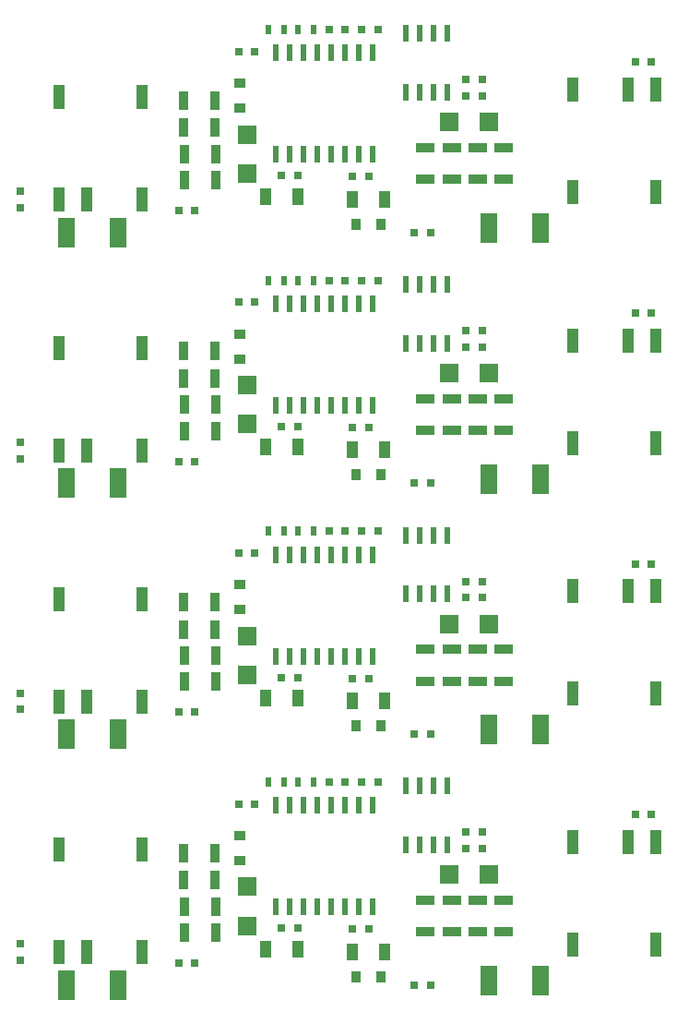
<source format=gtp>
G04 #@! TF.FileFunction,Paste,Top*
%FSLAX46Y46*%
G04 Gerber Fmt 4.6, Leading zero omitted, Abs format (unit mm)*
G04 Created by KiCad (PCBNEW 4.0.1-stable) date 09.11.2016 23:19:49*
%MOMM*%
G01*
G04 APERTURE LIST*
%ADD10C,0.100000*%
%ADD11R,0.800000X0.750000*%
%ADD12R,0.900000X1.100000*%
%ADD13R,1.000000X1.600000*%
%ADD14R,1.700000X0.900000*%
%ADD15R,0.500000X0.900000*%
%ADD16R,1.501140X2.700020*%
%ADD17R,1.680000X1.700000*%
%ADD18R,1.100000X0.900000*%
%ADD19R,0.600000X1.500000*%
%ADD20R,0.900000X1.700000*%
%ADD21R,0.750000X0.800000*%
%ADD22R,1.000000X2.300000*%
%ADD23R,1.700000X1.680000*%
%ADD24R,0.600000X1.550000*%
G04 APERTURE END LIST*
D10*
D11*
X130100000Y-90700000D03*
X128600000Y-90700000D03*
X135800000Y-95800000D03*
X134300000Y-95800000D03*
D12*
X131250000Y-95050000D03*
X128950000Y-95050000D03*
D13*
X123600000Y-92500000D03*
X120600000Y-92500000D03*
D11*
X123600000Y-90600000D03*
X122100000Y-90600000D03*
D14*
X135300000Y-88050000D03*
X135300000Y-90950000D03*
D13*
X131550000Y-92750000D03*
X128550000Y-92750000D03*
D11*
X112650000Y-93800000D03*
X114150000Y-93800000D03*
D15*
X120850000Y-100200000D03*
X122350000Y-100200000D03*
D11*
X119650000Y-102200000D03*
X118150000Y-102200000D03*
D16*
X102299700Y-95800000D03*
X107100300Y-95800000D03*
D17*
X118900000Y-86810000D03*
X118900000Y-90390000D03*
D11*
X129450000Y-77200000D03*
X130950000Y-77200000D03*
D15*
X120850000Y-77200000D03*
X122350000Y-77200000D03*
D11*
X127950000Y-77200000D03*
X126450000Y-77200000D03*
X119650000Y-79200000D03*
X118150000Y-79200000D03*
D18*
X118300000Y-84400000D03*
X118300000Y-82100000D03*
D19*
X130445000Y-79350000D03*
X129175000Y-79350000D03*
X127905000Y-79350000D03*
X126635000Y-79350000D03*
X125365000Y-79350000D03*
X124095000Y-79350000D03*
X122825000Y-79350000D03*
X121555000Y-79350000D03*
X121555000Y-88650000D03*
X122825000Y-88650000D03*
X124095000Y-88650000D03*
X125365000Y-88650000D03*
X126635000Y-88650000D03*
X127905000Y-88650000D03*
X129175000Y-88650000D03*
X130445000Y-88650000D03*
D20*
X116050000Y-91000000D03*
X113150000Y-91000000D03*
D21*
X98100000Y-93550000D03*
X98100000Y-92050000D03*
D20*
X116050000Y-88600000D03*
X113150000Y-88600000D03*
D22*
X101690000Y-92800000D03*
X104230000Y-92800000D03*
X109310000Y-92800000D03*
X109310000Y-83400000D03*
X101690000Y-83400000D03*
D20*
X116000000Y-83700000D03*
X113100000Y-83700000D03*
X116000000Y-86200000D03*
X113100000Y-86200000D03*
D12*
X131250000Y-118050000D03*
X128950000Y-118050000D03*
D11*
X130100000Y-113700000D03*
X128600000Y-113700000D03*
X135800000Y-118800000D03*
X134300000Y-118800000D03*
D13*
X131550000Y-115750000D03*
X128550000Y-115750000D03*
D14*
X135300000Y-111050000D03*
X135300000Y-113950000D03*
D20*
X116000000Y-106700000D03*
X113100000Y-106700000D03*
X116000000Y-109200000D03*
X113100000Y-109200000D03*
D18*
X118300000Y-107400000D03*
X118300000Y-105100000D03*
D17*
X118900000Y-109810000D03*
X118900000Y-113390000D03*
D22*
X101690000Y-115800000D03*
X104230000Y-115800000D03*
X109310000Y-115800000D03*
X109310000Y-106400000D03*
X101690000Y-106400000D03*
D16*
X102299700Y-118800000D03*
X107100300Y-118800000D03*
D21*
X98100000Y-116550000D03*
X98100000Y-115050000D03*
D11*
X123600000Y-113600000D03*
X122100000Y-113600000D03*
X112650000Y-116800000D03*
X114150000Y-116800000D03*
D13*
X123600000Y-115500000D03*
X120600000Y-115500000D03*
D20*
X116050000Y-111600000D03*
X113150000Y-111600000D03*
X116050000Y-114000000D03*
X113150000Y-114000000D03*
D22*
X156410000Y-82700000D03*
X153870000Y-82700000D03*
X148790000Y-82700000D03*
X148790000Y-92100000D03*
X156410000Y-92100000D03*
D21*
X140500000Y-83300000D03*
X140500000Y-81800000D03*
D11*
X154550000Y-80200000D03*
X156050000Y-80200000D03*
D21*
X139000000Y-83300000D03*
X139000000Y-81800000D03*
D16*
X141099700Y-95400000D03*
X145900300Y-95400000D03*
D23*
X137510000Y-108700000D03*
X141090000Y-108700000D03*
D14*
X140100000Y-111050000D03*
X140100000Y-113950000D03*
X142500000Y-111050000D03*
X142500000Y-113950000D03*
X137700000Y-111050000D03*
X137700000Y-113950000D03*
D16*
X141099700Y-118400000D03*
X145900300Y-118400000D03*
D22*
X156410000Y-105700000D03*
X153870000Y-105700000D03*
X148790000Y-105700000D03*
X148790000Y-115100000D03*
X156410000Y-115100000D03*
D21*
X139000000Y-106300000D03*
X139000000Y-104800000D03*
X140500000Y-106300000D03*
X140500000Y-104800000D03*
D11*
X154550000Y-103200000D03*
X156050000Y-103200000D03*
D15*
X123550000Y-77200000D03*
X125050000Y-77200000D03*
D14*
X140100000Y-88050000D03*
X140100000Y-90950000D03*
X142500000Y-88050000D03*
X142500000Y-90950000D03*
X137700000Y-88050000D03*
X137700000Y-90950000D03*
D24*
X137321383Y-77560005D03*
X136051383Y-77560005D03*
X134781383Y-77560005D03*
X133511383Y-77560005D03*
X133511383Y-82960005D03*
X134781383Y-82960005D03*
X136051383Y-82960005D03*
X137321383Y-82960005D03*
D23*
X137510000Y-85700000D03*
X141090000Y-85700000D03*
D11*
X127950000Y-100200000D03*
X126450000Y-100200000D03*
X129450000Y-100200000D03*
X130950000Y-100200000D03*
D24*
X137321383Y-100560005D03*
X136051383Y-100560005D03*
X134781383Y-100560005D03*
X133511383Y-100560005D03*
X133511383Y-105960005D03*
X134781383Y-105960005D03*
X136051383Y-105960005D03*
X137321383Y-105960005D03*
D15*
X123550000Y-100200000D03*
X125050000Y-100200000D03*
D19*
X130445000Y-102350000D03*
X129175000Y-102350000D03*
X127905000Y-102350000D03*
X126635000Y-102350000D03*
X125365000Y-102350000D03*
X124095000Y-102350000D03*
X122825000Y-102350000D03*
X121555000Y-102350000D03*
X121555000Y-111650000D03*
X122825000Y-111650000D03*
X124095000Y-111650000D03*
X125365000Y-111650000D03*
X126635000Y-111650000D03*
X127905000Y-111650000D03*
X129175000Y-111650000D03*
X130445000Y-111650000D03*
D20*
X116000000Y-132200000D03*
X113100000Y-132200000D03*
X116000000Y-129700000D03*
X113100000Y-129700000D03*
D11*
X119650000Y-125200000D03*
X118150000Y-125200000D03*
D18*
X118300000Y-130400000D03*
X118300000Y-128100000D03*
D19*
X130445000Y-125350000D03*
X129175000Y-125350000D03*
X127905000Y-125350000D03*
X126635000Y-125350000D03*
X125365000Y-125350000D03*
X124095000Y-125350000D03*
X122825000Y-125350000D03*
X121555000Y-125350000D03*
X121555000Y-134650000D03*
X122825000Y-134650000D03*
X124095000Y-134650000D03*
X125365000Y-134650000D03*
X126635000Y-134650000D03*
X127905000Y-134650000D03*
X129175000Y-134650000D03*
X130445000Y-134650000D03*
D11*
X123600000Y-136600000D03*
X122100000Y-136600000D03*
X127950000Y-123200000D03*
X126450000Y-123200000D03*
D15*
X123550000Y-123200000D03*
X125050000Y-123200000D03*
X120850000Y-123200000D03*
X122350000Y-123200000D03*
D11*
X129450000Y-123200000D03*
X130950000Y-123200000D03*
D24*
X137321383Y-123560005D03*
X136051383Y-123560005D03*
X134781383Y-123560005D03*
X133511383Y-123560005D03*
X133511383Y-128960005D03*
X134781383Y-128960005D03*
X136051383Y-128960005D03*
X137321383Y-128960005D03*
D22*
X156410000Y-128700000D03*
X153870000Y-128700000D03*
X148790000Y-128700000D03*
X148790000Y-138100000D03*
X156410000Y-138100000D03*
D14*
X142500000Y-134050000D03*
X142500000Y-136950000D03*
X140100000Y-134050000D03*
X140100000Y-136950000D03*
D23*
X137510000Y-131700000D03*
X141090000Y-131700000D03*
D16*
X141099700Y-141400000D03*
X145900300Y-141400000D03*
D14*
X137700000Y-134050000D03*
X137700000Y-136950000D03*
D11*
X154550000Y-126200000D03*
X156050000Y-126200000D03*
D21*
X140500000Y-129300000D03*
X140500000Y-127800000D03*
X139000000Y-129300000D03*
X139000000Y-127800000D03*
D22*
X101690000Y-138800000D03*
X104230000Y-138800000D03*
X109310000Y-138800000D03*
X109310000Y-129400000D03*
X101690000Y-129400000D03*
D16*
X102299700Y-141800000D03*
X107100300Y-141800000D03*
D21*
X98100000Y-139550000D03*
X98100000Y-138050000D03*
D20*
X116050000Y-137000000D03*
X113150000Y-137000000D03*
X116050000Y-134600000D03*
X113150000Y-134600000D03*
D13*
X123600000Y-138500000D03*
X120600000Y-138500000D03*
D17*
X118900000Y-132810000D03*
X118900000Y-136390000D03*
D11*
X112650000Y-139800000D03*
X114150000Y-139800000D03*
D14*
X135300000Y-134050000D03*
X135300000Y-136950000D03*
D11*
X130100000Y-136700000D03*
X128600000Y-136700000D03*
D13*
X131550000Y-138750000D03*
X128550000Y-138750000D03*
D11*
X135800000Y-141800000D03*
X134300000Y-141800000D03*
D12*
X131250000Y-141050000D03*
X128950000Y-141050000D03*
D11*
X135800000Y-164800000D03*
X134300000Y-164800000D03*
D21*
X139000000Y-152300000D03*
X139000000Y-150800000D03*
X140500000Y-152300000D03*
X140500000Y-150800000D03*
D11*
X129450000Y-146200000D03*
X130950000Y-146200000D03*
X119650000Y-148200000D03*
X118150000Y-148200000D03*
X127950000Y-146200000D03*
X126450000Y-146200000D03*
D21*
X98100000Y-162550000D03*
X98100000Y-161050000D03*
D11*
X130100000Y-159700000D03*
X128600000Y-159700000D03*
D13*
X131550000Y-161750000D03*
X128550000Y-161750000D03*
D11*
X112650000Y-162800000D03*
X114150000Y-162800000D03*
X154550000Y-149200000D03*
X156050000Y-149200000D03*
X123600000Y-159600000D03*
X122100000Y-159600000D03*
D13*
X123600000Y-161500000D03*
X120600000Y-161500000D03*
D16*
X141099700Y-164400000D03*
X145900300Y-164400000D03*
D23*
X137510000Y-154700000D03*
X141090000Y-154700000D03*
D16*
X102299700Y-164800000D03*
X107100300Y-164800000D03*
D12*
X131250000Y-164050000D03*
X128950000Y-164050000D03*
D17*
X118900000Y-155810000D03*
X118900000Y-159390000D03*
D18*
X118300000Y-153400000D03*
X118300000Y-151100000D03*
D14*
X142500000Y-157050000D03*
X142500000Y-159950000D03*
X140100000Y-157050000D03*
X140100000Y-159950000D03*
X137700000Y-157050000D03*
X137700000Y-159950000D03*
X135300000Y-157050000D03*
X135300000Y-159950000D03*
D15*
X120850000Y-146200000D03*
X122350000Y-146200000D03*
D20*
X116000000Y-152700000D03*
X113100000Y-152700000D03*
D15*
X123550000Y-146200000D03*
X125050000Y-146200000D03*
D20*
X116000000Y-155200000D03*
X113100000Y-155200000D03*
X116050000Y-157600000D03*
X113150000Y-157600000D03*
X116050000Y-160000000D03*
X113150000Y-160000000D03*
D24*
X137321383Y-146560005D03*
X136051383Y-146560005D03*
X134781383Y-146560005D03*
X133511383Y-146560005D03*
X133511383Y-151960005D03*
X134781383Y-151960005D03*
X136051383Y-151960005D03*
X137321383Y-151960005D03*
D19*
X130445000Y-148350000D03*
X129175000Y-148350000D03*
X127905000Y-148350000D03*
X126635000Y-148350000D03*
X125365000Y-148350000D03*
X124095000Y-148350000D03*
X122825000Y-148350000D03*
X121555000Y-148350000D03*
X121555000Y-157650000D03*
X122825000Y-157650000D03*
X124095000Y-157650000D03*
X125365000Y-157650000D03*
X126635000Y-157650000D03*
X127905000Y-157650000D03*
X129175000Y-157650000D03*
X130445000Y-157650000D03*
D22*
X156410000Y-151700000D03*
X153870000Y-151700000D03*
X148790000Y-151700000D03*
X148790000Y-161100000D03*
X156410000Y-161100000D03*
X101690000Y-161800000D03*
X104230000Y-161800000D03*
X109310000Y-161800000D03*
X109310000Y-152400000D03*
X101690000Y-152400000D03*
M02*

</source>
